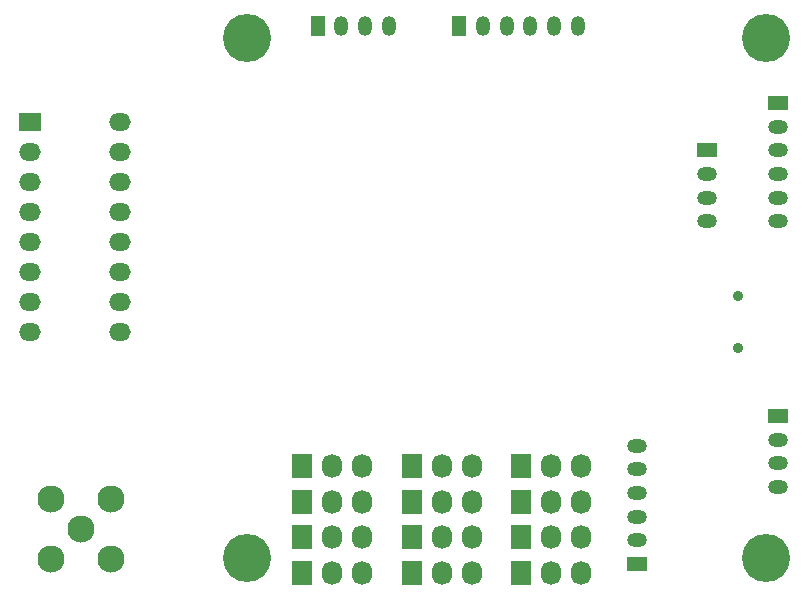
<source format=gbs>
G04 #@! TF.FileFunction,Soldermask,Bot*
%FSLAX46Y46*%
G04 Gerber Fmt 4.6, Leading zero omitted, Abs format (unit mm)*
G04 Created by KiCad (PCBNEW (2015-09-15 BZR 6201)-product) date tis 17 nov 2015 13:25:14*
%MOMM*%
G01*
G04 APERTURE LIST*
%ADD10C,0.100000*%
%ADD11C,2.300000*%
%ADD12R,1.198880X1.699260*%
%ADD13O,1.198880X1.699260*%
%ADD14R,1.699260X1.198880*%
%ADD15O,1.699260X1.198880*%
%ADD16R,1.727200X2.032000*%
%ADD17O,1.727200X2.032000*%
%ADD18C,0.899160*%
%ADD19R,1.824000X1.524000*%
%ADD20O,1.824000X1.524000*%
%ADD21C,4.064000*%
G04 APERTURE END LIST*
D10*
D11*
X91977000Y-127539200D03*
X94517000Y-124999200D03*
X89437000Y-124999200D03*
X89437000Y-130079200D03*
X94517000Y-130079200D03*
D12*
X111997720Y-85000000D03*
D13*
X116000760Y-85000000D03*
X113999240Y-85000000D03*
X117999740Y-85000000D03*
D12*
X123996200Y-85000000D03*
D13*
X127999240Y-85000000D03*
X125997720Y-85000000D03*
X129998220Y-85000000D03*
X131999740Y-85000000D03*
X134001260Y-85000000D03*
D14*
X139000000Y-130502020D03*
D15*
X139000000Y-126498980D03*
X139000000Y-128500500D03*
X139000000Y-124500000D03*
X139000000Y-122498480D03*
X139000000Y-120496960D03*
D14*
X145000000Y-95497720D03*
D15*
X145000000Y-99500760D03*
X145000000Y-97499240D03*
X145000000Y-101499740D03*
D14*
X151000000Y-91496200D03*
D15*
X151000000Y-95499240D03*
X151000000Y-93497720D03*
X151000000Y-97498220D03*
X151000000Y-99499740D03*
X151000000Y-101501260D03*
D14*
X151000000Y-117997720D03*
D15*
X151000000Y-122000760D03*
X151000000Y-119999240D03*
X151000000Y-123999740D03*
D16*
X110710000Y-128250000D03*
D17*
X113250000Y-128250000D03*
X115790000Y-128250000D03*
D16*
X110710000Y-131250000D03*
D17*
X113250000Y-131250000D03*
X115790000Y-131250000D03*
D16*
X110710000Y-125250000D03*
D17*
X113250000Y-125250000D03*
X115790000Y-125250000D03*
D16*
X110710000Y-122250000D03*
D17*
X113250000Y-122250000D03*
X115790000Y-122250000D03*
D16*
X119960000Y-131250000D03*
D17*
X122500000Y-131250000D03*
X125040000Y-131250000D03*
D16*
X119960000Y-128250000D03*
D17*
X122500000Y-128250000D03*
X125040000Y-128250000D03*
D16*
X119960000Y-125250000D03*
D17*
X122500000Y-125250000D03*
X125040000Y-125250000D03*
D16*
X119960000Y-122250000D03*
D17*
X122500000Y-122250000D03*
X125040000Y-122250000D03*
D16*
X129210000Y-131250000D03*
D17*
X131750000Y-131250000D03*
X134290000Y-131250000D03*
D16*
X129210000Y-128250000D03*
D17*
X131750000Y-128250000D03*
X134290000Y-128250000D03*
D16*
X129210000Y-125250000D03*
D17*
X131750000Y-125250000D03*
X134290000Y-125250000D03*
D16*
X129210000Y-122250000D03*
D17*
X131750000Y-122250000D03*
X134290000Y-122250000D03*
D18*
X147595000Y-112253280D03*
X147595000Y-107854000D03*
D19*
X87651000Y-93122000D03*
D20*
X95271000Y-93122000D03*
X87651000Y-95662000D03*
X95271000Y-95662000D03*
X87651000Y-98202000D03*
X95271000Y-98202000D03*
X87651000Y-100742000D03*
X95271000Y-100742000D03*
X87651000Y-103282000D03*
X95271000Y-103282000D03*
X87651000Y-105822000D03*
X95271000Y-105822000D03*
X87651000Y-108362000D03*
X95271000Y-108362000D03*
X87651000Y-110902000D03*
X95271000Y-110902000D03*
D21*
X150000000Y-86000000D03*
X150000000Y-130000000D03*
X106000000Y-130000000D03*
X106000000Y-86000000D03*
M02*

</source>
